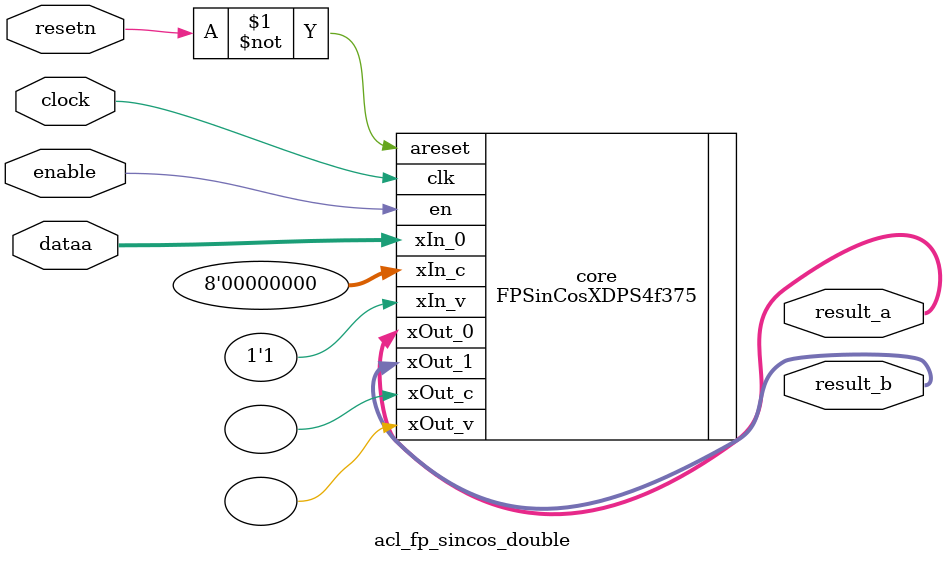
<source format=v>
    


module acl_fp_sincos_double(clock, resetn, enable, dataa, result_a, result_b);
  // This is a module intended for Stratix IV family
  // Latency = 71.
  input clock, resetn, enable;
  input [63:0] dataa;
  output [63:0] result_a; // sin
  output [63:0] result_b; // cos
  
  FPSinCosXDPS4f375 core(
    .xIn_v(1'b1),
    .xIn_c(8'd0),
    .xIn_0(dataa),
    .en(enable),
    .xOut_v(),
    .xOut_c(),
    .xOut_0(result_a),
    .xOut_1(result_b),
    .clk(clock),
    .areset(~resetn));
endmodule

</source>
